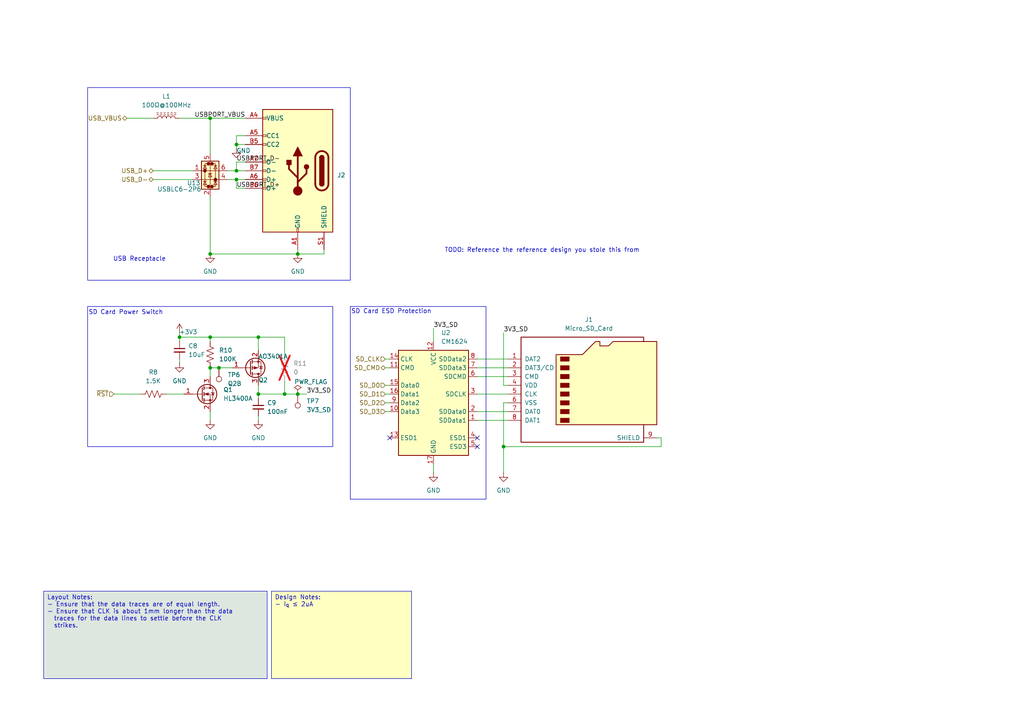
<source format=kicad_sch>
(kicad_sch (version 20231120) (generator "eeschema") (generator_version "8.0")
  (paper "A4")
  (title_block (title "FruityLogger") (date "2024-03-11") (rev "A") (company "FruityJungle Co."))
  (lib_symbols
    (symbol "Connector:Micro_SD_Card" (pin_names (offset 1.016))
      (property "Reference" "J" (at -16.51 15.24 0))
      (property "Value" "Micro_SD_Card" (at 16.51 15.24 0))
      (symbol "Micro_SD_Card_0_1"
        (rectangle (start -7.62 -9.525) (end -5.08 -10.795) (fill (type outline)))
        (rectangle (start -7.62 -6.985) (end -5.08 -8.255) (fill (type outline)))
        (rectangle (start -7.62 -4.445) (end -5.08 -5.715) (fill (type outline)))
        (rectangle (start -7.62 -1.905) (end -5.08 -3.175) (fill (type outline)))
        (rectangle (start -7.62 0.635) (end -5.08 -0.635) (fill (type outline)))
        (rectangle (start -7.62 3.175) (end -5.08 1.905) (fill (type outline)))
        (rectangle (start -7.62 5.715) (end -5.08 4.445) (fill (type outline)))
        (rectangle (start -7.62 8.255) (end -5.08 6.985) (fill (type outline)))
        (polyline (pts (xy 16.51 12.7) (xy 16.51 13.97) (xy -19.05 13.97) (xy -19.05 -16.51) (xy 16.51 -16.51) (xy 16.51 -11.43)) (stroke (width 0.254)))
        (polyline (pts (xy -8.89 -11.43) (xy -8.89 8.89) (xy -1.27 8.89) (xy 2.54 12.7) (xy 3.81 12.7) (xy 3.81 11.43) (xy 6.35 11.43) (xy 7.62 12.7) (xy 20.32 12.7) (xy 20.32 -11.43) (xy -8.89 -11.43)) (stroke (width 0.254)) (fill (type background)))
      )
      (symbol "Micro_SD_Card_1_1"
        (pin bidirectional line (at -22.86 7.62 0) (length 3.81) (name "DAT2") (number "1"))
        (pin bidirectional line (at -22.86 5.08 0) (length 3.81) (name "DAT3/CD") (number "2"))
        (pin input line (at -22.86 2.54 0) (length 3.81) (name "CMD") (number "3"))
        (pin power_in line (at -22.86 0 0) (length 3.81) (name "VDD") (number "4"))
        (pin input line (at -22.86 -2.54 0) (length 3.81) (name "CLK") (number "5"))
        (pin power_in line (at -22.86 -5.08 0) (length 3.81) (name "VSS") (number "6"))
        (pin bidirectional line (at -22.86 -7.62 0) (length 3.81) (name "DAT0") (number "7"))
        (pin bidirectional line (at -22.86 -10.16 0) (length 3.81) (name "DAT1") (number "8"))
        (pin passive line (at 20.32 -15.24 180) (length 3.81) (name "SHIELD") (number "9"))
      )
    )
    (symbol "Connector:TestPoint" (pin_numbers hide) (pin_names (offset 0.762) hide)
      (property "Reference" "TP" (at 0 6.858 0))
      (property "Value" "TestPoint" (at 0 5.08 0))
      (symbol "TestPoint_0_1"
        (circle (center 0 3.302) (radius 0.762))
      )
      (symbol "TestPoint_1_1"
        (pin passive line (at 0 0 90) (length 2.54) (name "1") (number "1"))
      )
    )
    (symbol "Connector:USB_C_Receptacle_USB2.0_14P" (pin_names (offset 1.016))
      (property "Reference" "J" (at 0 22.225 0))
      (property "Value" "USB_C_Receptacle_USB2.0_14P" (at 0 19.685 0))
      (symbol "USB_C_Receptacle_USB2.0_14P_0_0"
        (rectangle (start -0.254 -17.78) (end 0.254 -16.764))
        (rectangle (start 10.16 -4.826) (end 9.144 -5.334))
        (rectangle (start 10.16 -2.286) (end 9.144 -2.794))
        (rectangle (start 10.16 0.254) (end 9.144 -0.254))
        (rectangle (start 10.16 2.794) (end 9.144 2.286))
        (rectangle (start 10.16 7.874) (end 9.144 7.366))
        (rectangle (start 10.16 10.414) (end 9.144 9.906))
        (rectangle (start 10.16 15.494) (end 9.144 14.986))
      )
      (symbol "USB_C_Receptacle_USB2.0_14P_0_1"
        (rectangle (start -10.16 17.78) (end 10.16 -17.78) (stroke (width 0.254)) (fill (type background)))
        (arc (start -8.89 -3.81) (mid -6.985 -5.7067) (end -5.08 -3.81) (stroke (width 0.508)))
        (arc (start -7.62 -3.81) (mid -6.985 -4.4423) (end -6.35 -3.81) (stroke (width 0.254)))
        (arc (start -7.62 -3.81) (mid -6.985 -4.4423) (end -6.35 -3.81) (stroke (width 0.254)) (fill (type outline)))
        (rectangle (start -7.62 -3.81) (end -6.35 3.81) (stroke (width 0.254)) (fill (type outline)))
        (arc (start -6.35 3.81) (mid -6.985 4.4423) (end -7.62 3.81) (stroke (width 0.254)))
        (arc (start -6.35 3.81) (mid -6.985 4.4423) (end -7.62 3.81) (stroke (width 0.254)) (fill (type outline)))
        (arc (start -5.08 3.81) (mid -6.985 5.7067) (end -8.89 3.81) (stroke (width 0.508)))
        (circle (center -2.54 1.143) (radius 0.635) (stroke (width 0.254)) (fill (type outline)))
        (circle (center 0 -5.842) (radius 1.27) (fill (type outline)))
        (polyline (pts (xy -8.89 -3.81) (xy -8.89 3.81)) (stroke (width 0.508)))
        (polyline (pts (xy -5.08 3.81) (xy -5.08 -3.81)) (stroke (width 0.508)))
        (polyline (pts (xy 0 -5.842) (xy 0 4.318)) (stroke (width 0.508)))
        (polyline (pts (xy 0 -3.302) (xy -2.54 -0.762) (xy -2.54 0.508)) (stroke (width 0.508)))
        (polyline (pts (xy 0 -2.032) (xy 2.54 0.508) (xy 2.54 1.778)) (stroke (width 0.508)))
        (polyline (pts (xy -1.27 4.318) (xy 0 6.858) (xy 1.27 4.318) (xy -1.27 4.318)) (stroke (width 0.254)) (fill (type outline)))
        (rectangle (start 1.905 1.778) (end 3.175 3.048) (stroke (width 0.254)) (fill (type outline)))
      )
      (symbol "USB_C_Receptacle_USB2.0_14P_1_1"
        (pin passive line (at 0 -22.86 90) (length 5.08) (name "GND") (number "A1"))
        (pin passive line (at 0 -22.86 90) (length 5.08) hide (name "GND") (number "A12"))
        (pin passive line (at 15.24 15.24 180) (length 5.08) (name "VBUS") (number "A4"))
        (pin bidirectional line (at 15.24 10.16 180) (length 5.08) (name "CC1") (number "A5"))
        (pin bidirectional line (at 15.24 -2.54 180) (length 5.08) (name "D+") (number "A6"))
        (pin bidirectional line (at 15.24 2.54 180) (length 5.08) (name "D-") (number "A7"))
        (pin passive line (at 15.24 15.24 180) (length 5.08) hide (name "VBUS") (number "A9"))
        (pin passive line (at 0 -22.86 90) (length 5.08) hide (name "GND") (number "B1"))
        (pin passive line (at 0 -22.86 90) (length 5.08) hide (name "GND") (number "B12"))
        (pin passive line (at 15.24 15.24 180) (length 5.08) hide (name "VBUS") (number "B4"))
        (pin bidirectional line (at 15.24 7.62 180) (length 5.08) (name "CC2") (number "B5"))
        (pin bidirectional line (at 15.24 -5.08 180) (length 5.08) (name "D+") (number "B6"))
        (pin bidirectional line (at 15.24 0 180) (length 5.08) (name "D-") (number "B7"))
        (pin passive line (at 15.24 15.24 180) (length 5.08) hide (name "VBUS") (number "B9"))
        (pin passive line (at -7.62 -22.86 90) (length 5.08) (name "SHIELD") (number "S1"))
      )
    )
    (symbol "Device:C_Small" (pin_numbers hide) (pin_names (offset 0.254) hide)
      (property "Reference" "C" (at 0.254 1.778 0))
      (property "Value" "C_Small" (at 0.254 -2.032 0))
      (symbol "C_Small_0_1"
        (polyline (pts (xy -1.524 -0.508) (xy 1.524 -0.508)) (stroke (width 0.3302)))
        (polyline (pts (xy -1.524 0.508) (xy 1.524 0.508)) (stroke (width 0.3048)))
      )
      (symbol "C_Small_1_1"
        (pin passive line (at 0 2.54 270) (length 2.032) (name "~") (number "1"))
        (pin passive line (at 0 -2.54 90) (length 2.032) (name "~") (number "2"))
      )
    )
    (symbol "Device:L_Ferrite" (pin_numbers hide) (pin_names (offset 1.016) hide)
      (property "Reference" "L" (at -1.27 0 90))
      (property "Value" "L_Ferrite" (at 2.794 0 90))
      (symbol "L_Ferrite_0_1"
        (arc (start 0 -2.54) (mid 0.6323 -1.905) (end 0 -1.27))
        (arc (start 0 -1.27) (mid 0.6323 -0.635) (end 0 0))
        (polyline (pts (xy 1.016 -2.794) (xy 1.016 -2.286)))
        (polyline (pts (xy 1.016 -1.778) (xy 1.016 -1.27)))
        (polyline (pts (xy 1.016 -0.762) (xy 1.016 -0.254)))
        (polyline (pts (xy 1.016 0.254) (xy 1.016 0.762)))
        (polyline (pts (xy 1.016 1.27) (xy 1.016 1.778)))
        (polyline (pts (xy 1.016 2.286) (xy 1.016 2.794)))
        (polyline (pts (xy 1.524 -2.286) (xy 1.524 -2.794)))
        (polyline (pts (xy 1.524 -1.27) (xy 1.524 -1.778)))
        (polyline (pts (xy 1.524 -0.254) (xy 1.524 -0.762)))
        (polyline (pts (xy 1.524 0.762) (xy 1.524 0.254)))
        (polyline (pts (xy 1.524 1.778) (xy 1.524 1.27)))
        (polyline (pts (xy 1.524 2.794) (xy 1.524 2.286)))
        (arc (start 0 0) (mid 0.6323 0.635) (end 0 1.27))
        (arc (start 0 1.27) (mid 0.6323 1.905) (end 0 2.54))
      )
      (symbol "L_Ferrite_1_1"
        (pin passive line (at 0 3.81 270) (length 1.27) (name "1") (number "1"))
        (pin passive line (at 0 -3.81 90) (length 1.27) (name "2") (number "2"))
      )
    )
    (symbol "Device:R_US" (pin_numbers hide) (pin_names (offset 0))
      (property "Reference" "R" (at 2.54 0 90))
      (property "Value" "R_US" (at -2.54 0 90))
      (symbol "R_US_0_1"
        (polyline (pts (xy 0 -2.286) (xy 0 -2.54)))
        (polyline (pts (xy 0 2.286) (xy 0 2.54)))
        (polyline (pts (xy 0 -0.762) (xy 1.016 -1.143) (xy 0 -1.524) (xy -1.016 -1.905) (xy 0 -2.286)))
        (polyline (pts (xy 0 0.762) (xy 1.016 0.381) (xy 0 0) (xy -1.016 -0.381) (xy 0 -0.762)))
        (polyline (pts (xy 0 2.286) (xy 1.016 1.905) (xy 0 1.524) (xy -1.016 1.143) (xy 0 0.762)))
      )
      (symbol "R_US_1_1"
        (pin passive line (at 0 3.81 270) (length 1.27) (name "~") (number "1"))
        (pin passive line (at 0 -3.81 90) (length 1.27) (name "~") (number "2"))
      )
    )
    (symbol "Power_Protection:CM1624"
      (property "Reference" "U" (at -5.08 17.78 0))
      (property "Value" "CM1624" (at 5.08 17.78 0))
      (symbol "CM1624_0_1"
        (rectangle (start -10.16 15.24) (end 10.16 -15.24) (stroke (width 0.254)) (fill (type background)))
      )
      (symbol "CM1624_1_1"
        (pin passive line (at 12.7 -5.08 180) (length 2.54) (name "SDData1") (number "1"))
        (pin passive line (at -12.7 -2.54 0) (length 2.54) (name "Data3") (number "10"))
        (pin passive line (at -12.7 10.16 0) (length 2.54) (name "CMD") (number "11"))
        (pin power_in line (at 0 17.78 270) (length 2.54) (name "VCC") (number "12"))
        (pin passive line (at -12.7 -10.16 0) (length 2.54) (name "ESD1") (number "13"))
        (pin passive line (at -12.7 12.7 0) (length 2.54) (name "CLK") (number "14"))
        (pin passive line (at -12.7 5.08 0) (length 2.54) (name "Data0") (number "15"))
        (pin passive line (at -12.7 2.54 0) (length 2.54) (name "Data1") (number "16"))
        (pin power_in line (at 0 -17.78 90) (length 2.54) (name "GND") (number "17"))
        (pin passive line (at 12.7 -2.54 180) (length 2.54) (name "SDData0") (number "2"))
        (pin passive line (at 12.7 2.54 180) (length 2.54) (name "SDCLK") (number "3"))
        (pin passive line (at 12.7 -10.16 180) (length 2.54) (name "ESD1") (number "4"))
        (pin passive line (at 12.7 -12.7 180) (length 2.54) (name "ESD3") (number "5"))
        (pin passive line (at 12.7 7.62 180) (length 2.54) (name "SDCMD") (number "6"))
        (pin passive line (at 12.7 10.16 180) (length 2.54) (name "SDData3") (number "7"))
        (pin passive line (at 12.7 12.7 180) (length 2.54) (name "SDData2") (number "8"))
        (pin passive line (at -12.7 0 0) (length 2.54) (name "Data2") (number "9"))
      )
    )
    (symbol "Power_Protection:USBLC6-2P6" (pin_names hide)
      (property "Reference" "U" (at 0.635 5.715 0))
      (property "Value" "USBLC6-2P6" (at 0.635 3.81 0))
      (symbol "USBLC6-2P6_0_0"
        (circle (center -1.524 0) (radius 0.0001) (stroke (width 0.508)))
        (circle (center -0.508 -4.572) (radius 0.0001) (stroke (width 0.508)))
        (circle (center -0.508 2.032) (radius 0.0001) (stroke (width 0.508)))
        (circle (center 0.508 -4.572) (radius 0.0001) (stroke (width 0.508)))
        (circle (center 0.508 2.032) (radius 0.0001) (stroke (width 0.508)))
        (circle (center 1.524 -2.54) (radius 0.0001) (stroke (width 0.508)))
      )
      (symbol "USBLC6-2P6_0_1"
        (polyline (pts (xy -2.54 -2.54) (xy 2.54 -2.54)))
        (polyline (pts (xy -2.54 0) (xy 2.54 0)))
        (polyline (pts (xy -2.032 -3.048) (xy -1.016 -3.048)))
        (polyline (pts (xy -1.016 1.524) (xy -2.032 1.524)))
        (polyline (pts (xy 1.016 -3.048) (xy 2.032 -3.048)))
        (polyline (pts (xy 1.016 1.524) (xy 2.032 1.524)))
        (polyline (pts (xy -0.508 -1.143) (xy -0.508 -0.762) (xy 0.508 -0.762)))
        (polyline (pts (xy -2.032 0.508) (xy -1.016 0.508) (xy -1.524 1.524) (xy -2.032 0.508)))
        (polyline (pts (xy -1.016 -4.064) (xy -2.032 -4.064) (xy -1.524 -3.048) (xy -1.016 -4.064)))
        (polyline (pts (xy 0.508 -1.778) (xy -0.508 -1.778) (xy 0 -0.762) (xy 0.508 -1.778)))
        (polyline (pts (xy 2.032 -4.064) (xy 1.016 -4.064) (xy 1.524 -3.048) (xy 2.032 -4.064)))
        (polyline (pts (xy 2.032 0.508) (xy 1.016 0.508) (xy 1.524 1.524) (xy 2.032 0.508)))
        (polyline (pts (xy 0 2.54) (xy -0.508 2.032) (xy 0.508 2.032) (xy 0 1.524) (xy 0 -4.064) (xy -0.508 -4.572) (xy 0.508 -4.572) (xy 0 -5.08)))
      )
      (symbol "USBLC6-2P6_1_1"
        (rectangle (start -2.54 2.794) (end 2.54 -5.334) (stroke (width 0.254)) (fill (type background)))
        (polyline (pts (xy -0.508 2.032) (xy -1.524 2.032) (xy -1.524 -4.572) (xy -0.508 -4.572)))
        (polyline (pts (xy 0.508 -4.572) (xy 1.524 -4.572) (xy 1.524 2.032) (xy 0.508 2.032)))
        (pin passive line (at -5.08 0 0) (length 2.54) (name "I/O1") (number "1"))
        (pin passive line (at 0 -7.62 90) (length 2.54) (name "GND") (number "2"))
        (pin passive line (at -5.08 -2.54 0) (length 2.54) (name "I/O2") (number "3"))
        (pin passive line (at 5.08 -2.54 180) (length 2.54) (name "I/O2") (number "4"))
        (pin passive line (at 0 5.08 270) (length 2.54) (name "VBUS") (number "5"))
        (pin passive line (at 5.08 0 180) (length 2.54) (name "I/O1") (number "6"))
      )
    )
    (symbol "Transistor_FET:2N7002" (pin_names hide)
      (property "Reference" "Q" (at 5.08 1.905 0))
      (property "Value" "2N7002" (at 5.08 0 0))
      (symbol "2N7002_0_1"
        (polyline (pts (xy 0.254 0) (xy -2.54 0)))
        (polyline (pts (xy 0.254 1.905) (xy 0.254 -1.905)) (stroke (width 0.254)))
        (polyline (pts (xy 0.762 -1.27) (xy 0.762 -2.286)) (stroke (width 0.254)))
        (polyline (pts (xy 0.762 0.508) (xy 0.762 -0.508)) (stroke (width 0.254)))
        (polyline (pts (xy 0.762 2.286) (xy 0.762 1.27)) (stroke (width 0.254)))
        (polyline (pts (xy 2.54 2.54) (xy 2.54 1.778)))
        (polyline (pts (xy 2.54 -2.54) (xy 2.54 0) (xy 0.762 0)))
        (polyline (pts (xy 0.762 -1.778) (xy 3.302 -1.778) (xy 3.302 1.778) (xy 0.762 1.778)))
        (polyline (pts (xy 1.016 0) (xy 2.032 0.381) (xy 2.032 -0.381) (xy 1.016 0)) (fill (type outline)))
        (polyline (pts (xy 2.794 0.508) (xy 2.921 0.381) (xy 3.683 0.381) (xy 3.81 0.254)))
        (polyline (pts (xy 3.302 0.381) (xy 2.921 -0.254) (xy 3.683 -0.254) (xy 3.302 0.381)))
        (circle (center 1.651 0) (radius 2.794) (stroke (width 0.254)))
        (circle (center 2.54 -1.778) (radius 0.254) (fill (type outline)))
        (circle (center 2.54 1.778) (radius 0.254) (fill (type outline)))
      )
      (symbol "2N7002_1_1"
        (pin input line (at -5.08 0 0) (length 2.54) (name "G") (number "1"))
        (pin passive line (at 2.54 -5.08 90) (length 2.54) (name "S") (number "2"))
        (pin passive line (at 2.54 5.08 270) (length 2.54) (name "D") (number "3"))
      )
    )
    (symbol "Transistor_FET:BSS84" (pin_names hide)
      (property "Reference" "Q" (at 5.08 1.905 0))
      (property "Value" "BSS84" (at 5.08 0 0))
      (symbol "BSS84_0_1"
        (polyline (pts (xy 0.254 0) (xy -2.54 0)))
        (polyline (pts (xy 0.254 1.905) (xy 0.254 -1.905)) (stroke (width 0.254)))
        (polyline (pts (xy 0.762 -1.27) (xy 0.762 -2.286)) (stroke (width 0.254)))
        (polyline (pts (xy 0.762 0.508) (xy 0.762 -0.508)) (stroke (width 0.254)))
        (polyline (pts (xy 0.762 2.286) (xy 0.762 1.27)) (stroke (width 0.254)))
        (polyline (pts (xy 2.54 2.54) (xy 2.54 1.778)))
        (polyline (pts (xy 2.54 -2.54) (xy 2.54 0) (xy 0.762 0)))
        (polyline (pts (xy 0.762 1.778) (xy 3.302 1.778) (xy 3.302 -1.778) (xy 0.762 -1.778)))
        (polyline (pts (xy 2.286 0) (xy 1.27 0.381) (xy 1.27 -0.381) (xy 2.286 0)) (fill (type outline)))
        (polyline (pts (xy 2.794 -0.508) (xy 2.921 -0.381) (xy 3.683 -0.381) (xy 3.81 -0.254)))
        (polyline (pts (xy 3.302 -0.381) (xy 2.921 0.254) (xy 3.683 0.254) (xy 3.302 -0.381)))
        (circle (center 1.651 0) (radius 2.794) (stroke (width 0.254)))
        (circle (center 2.54 -1.778) (radius 0.254) (fill (type outline)))
        (circle (center 2.54 1.778) (radius 0.254) (fill (type outline)))
      )
      (symbol "BSS84_1_1"
        (pin input line (at -5.08 0 0) (length 2.54) (name "G") (number "1"))
        (pin passive line (at 2.54 -5.08 90) (length 2.54) (name "S") (number "2"))
        (pin passive line (at 2.54 5.08 270) (length 2.54) (name "D") (number "3"))
      )
    )
    (symbol "power:+3V3" (power) (pin_numbers hide) (pin_names (offset 0) hide)
      (property "Value" "+3V3" (at 0 3.556 0))
      (symbol "+3V3_0_1"
        (polyline (pts (xy -0.762 1.27) (xy 0 2.54)))
        (polyline (pts (xy 0 0) (xy 0 2.54)))
        (polyline (pts (xy 0 2.54) (xy 0.762 1.27)))
      )
      (symbol "+3V3_1_1"
        (pin power_in line (at 0 0 90) (length 0) (name "~") (number "1"))
      )
    )
    (symbol "power:GND" (power) (pin_numbers hide) (pin_names (offset 0) hide)
      (property "Value" "GND" (at 0 -3.81 0))
      (symbol "GND_0_1"
        (polyline (pts (xy 0 0) (xy 0 -1.27) (xy 1.27 -1.27) (xy 0 -2.54) (xy -1.27 -1.27) (xy 0 -1.27)))
      )
      (symbol "GND_1_1"
        (pin power_in line (at 0 0 270) (length 0) (name "~") (number "1"))
      )
    )
    (symbol "power:PWR_FLAG" (power) (pin_numbers hide) (pin_names (offset 0) hide)
      (property "Value" "PWR_FLAG" (at 0 3.81 0))
      (symbol "PWR_FLAG_0_0"
        (pin power_out line (at 0 0 90) (length 0) (name "~") (number "1"))
      )
      (symbol "PWR_FLAG_0_1"
        (polyline (pts (xy 0 0) (xy 0 1.27) (xy -1.016 1.905) (xy 0 2.54) (xy 1.016 1.905) (xy 0 1.27)))
      )
    )
  )
  (junction (at 63.5 106.68))
  (junction (at 86.36 73.66))
  (junction (at 60.96 106.68))
  (junction (at 74.93 114.3))
  (junction (at 82.55 114.3))
  (junction (at 68.58 49.53))
  (junction (at 60.96 73.66))
  (junction (at 68.58 52.07))
  (junction (at 86.36 114.3))
  (junction (at 52.07 97.79))
  (junction (at 146.05 129.54))
  (junction (at 74.93 97.79))
  (junction (at 68.58 41.91))
  (junction (at 60.96 97.79))
  (junction (at 60.96 34.29))
  (no_connect (at 138.43 127))
  (no_connect (at 138.43 129.54))
  (no_connect (at 113.03 127))
  (wire (pts (xy 66.04 52.07) (xy 68.58 52.07)))
  (wire (pts (xy 60.96 106.68) (xy 60.96 109.22)))
  (wire (pts (xy 68.58 46.99) (xy 68.58 49.53)))
  (wire (pts (xy 146.05 111.76) (xy 147.32 111.76)))
  (wire (pts (xy 52.07 96.52) (xy 52.07 97.79)))
  (wire (pts (xy 44.45 49.53) (xy 55.88 49.53)))
  (wire (pts (xy 138.43 121.92) (xy 147.32 121.92)))
  (wire (pts (xy 71.12 39.37) (xy 68.58 39.37)))
  (wire (pts (xy 48.26 114.3) (xy 53.34 114.3)))
  (wire (pts (xy 111.76 116.84) (xy 113.03 116.84)))
  (wire (pts (xy 147.32 116.84) (xy 146.05 116.84)))
  (wire (pts (xy 93.98 72.39) (xy 93.98 73.66)))
  (wire (pts (xy 111.76 111.76) (xy 113.03 111.76)))
  (wire (pts (xy 71.12 46.99) (xy 68.58 46.99)))
  (wire (pts (xy 52.07 97.79) (xy 52.07 99.06)))
  (wire (pts (xy 138.43 104.14) (xy 147.32 104.14)))
  (wire (pts (xy 66.04 49.53) (xy 68.58 49.53)))
  (wire (pts (xy 74.93 120.65) (xy 74.93 121.92)))
  (wire (pts (xy 63.5 106.68) (xy 60.96 106.68)))
  (wire (pts (xy 138.43 109.22) (xy 147.32 109.22)))
  (wire (pts (xy 68.58 41.91) (xy 71.12 41.91)))
  (wire (pts (xy 146.05 129.54) (xy 146.05 137.16)))
  (wire (pts (xy 68.58 41.91) (xy 68.58 43.18)))
  (wire (pts (xy 82.55 97.79) (xy 82.55 102.87)))
  (wire (pts (xy 138.43 106.68) (xy 147.32 106.68)))
  (wire (pts (xy 74.93 97.79) (xy 74.93 101.6)))
  (wire (pts (xy 146.05 129.54) (xy 191.77 129.54)))
  (wire (pts (xy 191.77 129.54) (xy 191.77 127)))
  (wire (pts (xy 86.36 73.66) (xy 93.98 73.66)))
  (wire (pts (xy 74.93 111.76) (xy 74.93 114.3)))
  (wire (pts (xy 138.43 114.3) (xy 147.32 114.3)))
  (wire (pts (xy 60.96 97.79) (xy 74.93 97.79)))
  (wire (pts (xy 68.58 39.37) (xy 68.58 41.91)))
  (wire (pts (xy 68.58 52.07) (xy 68.58 54.61)))
  (wire (pts (xy 52.07 104.14) (xy 52.07 105.41)))
  (wire (pts (xy 67.31 106.68) (xy 63.5 106.68)))
  (wire (pts (xy 111.76 119.38) (xy 113.03 119.38)))
  (wire (pts (xy 191.77 127) (xy 190.5 127)))
  (wire (pts (xy 111.76 106.68) (xy 113.03 106.68)))
  (wire (pts (xy 111.76 114.3) (xy 113.03 114.3)))
  (wire (pts (xy 146.05 96.52) (xy 146.05 111.76)))
  (wire (pts (xy 71.12 52.07) (xy 68.58 52.07)))
  (wire (pts (xy 52.07 34.29) (xy 60.96 34.29)))
  (wire (pts (xy 82.55 114.3) (xy 86.36 114.3)))
  (wire (pts (xy 44.45 52.07) (xy 55.88 52.07)))
  (wire (pts (xy 36.83 34.29) (xy 44.45 34.29)))
  (wire (pts (xy 60.96 34.29) (xy 71.12 34.29)))
  (wire (pts (xy 82.55 110.49) (xy 82.55 114.3)))
  (wire (pts (xy 111.76 104.14) (xy 113.03 104.14)))
  (wire (pts (xy 60.96 34.29) (xy 60.96 44.45)))
  (wire (pts (xy 68.58 54.61) (xy 71.12 54.61)))
  (wire (pts (xy 125.73 134.62) (xy 125.73 137.16)))
  (wire (pts (xy 146.05 116.84) (xy 146.05 129.54)))
  (wire (pts (xy 74.93 97.79) (xy 82.55 97.79)))
  (wire (pts (xy 86.36 72.39) (xy 86.36 73.66)))
  (wire (pts (xy 33.02 114.3) (xy 40.64 114.3)))
  (wire (pts (xy 60.96 57.15) (xy 60.96 73.66)))
  (wire (pts (xy 86.36 114.3) (xy 88.9 114.3)))
  (wire (pts (xy 60.96 73.66) (xy 86.36 73.66)))
  (wire (pts (xy 74.93 114.3) (xy 82.55 114.3)))
  (wire (pts (xy 74.93 114.3) (xy 74.93 115.57)))
  (wire (pts (xy 60.96 99.06) (xy 60.96 97.79)))
  (wire (pts (xy 60.96 119.38) (xy 60.96 121.92)))
  (wire (pts (xy 125.73 95.25) (xy 125.73 99.06)))
  (wire (pts (xy 60.96 97.79) (xy 52.07 97.79)))
  (wire (pts (xy 138.43 119.38) (xy 147.32 119.38)))
  (wire (pts (xy 68.58 49.53) (xy 71.12 49.53)))
  (rectangle (start 25.4 88.9) (end 96.52 129.54))
  (rectangle (start 101.6 88.9) (end 140.97 144.78))
  (rectangle (start 25.4 25.4) (end 101.6 81.28))
  (text_box "Layout Notes:\n- Ensure that the data traces are of equal length.\n- Ensure that CLK is about 1mm longer than the data\n  traces for the data lines to settle before the CLK\n  strikes." (at 12.7 171.45 0) (size 64.77 25.4) (fill (type color) (color 222 231 223 1)) (effects (font (size 1.27 1.27)) (justify left top)))
  (text_box "Design Notes:\n- I_{q} ≤ 2uA\n" (at 78.74 171.45 0) (size 40.64 25.4) (fill (type color) (color 255 255 194 1)) (effects (font (size 1.27 1.27)) (justify left top)))
  (text "USB Receptacle" (at 32.766 75.946 0) (effects (font (size 1.27 1.27)) (justify left bottom)))
  (text "SD Card ESD Protection" (at 101.854 89.662 0) (effects (font (size 1.27 1.27)) (justify left top)))
  (text "TODO: Reference the reference design you stole this from" (at 157.226 72.644 0) (effects (font (size 1.27 1.27))))
  (text "SD Card Power Switch" (at 25.654 90.678 0) (effects (font (size 1.27 1.27)) (justify left)))
  (label "USBPORT_D+" (at 68.58 54.61 0))
  (label "3V3_SD" (at 125.73 95.25 0))
  (label "3V3_SD" (at 146.05 96.52 0))
  (label "3V3_SD" (at 88.9 114.3 0))
  (label "USBPORT_D-" (at 68.58 46.99 0))
  (label "USBPORT_VBUS" (at 71.12 34.29 180))
  (hierarchical_label "SD_D2" (shape input) (at 111.76 116.84 180))
  (hierarchical_label "SD_D3" (shape input) (at 111.76 119.38 180))
  (hierarchical_label "SD_D1" (shape input) (at 111.76 114.3 180))
  (hierarchical_label "USB_VBUS" (shape bidirectional) (at 36.83 34.29 180))
  (hierarchical_label "SD_CMD" (shape bidirectional) (at 111.76 106.68 180))
  (hierarchical_label "USB_D+" (shape bidirectional) (at 44.45 49.53 180))
  (hierarchical_label "SD_CLK" (shape input) (at 111.76 104.14 180))
  (hierarchical_label "USB_D-" (shape bidirectional) (at 44.45 52.07 180))
  (hierarchical_label "SD_D0" (shape input) (at 111.76 111.76 180))
  (hierarchical_label "~{RST}" (shape input) (at 33.02 114.3 180))
  (symbol (lib_id "power:GND") (at 60.96 73.66 0) (unit 1)
    (property "Reference" "#PWR03" (effects (hide yes)))
    (property "Value" "GND" (at 60.96 78.74 0))
    (property "Description" "Power symbol creates a global label with name \"GND\" , ground" (effects (hide yes)))
  )
  (symbol (lib_id "Connector:TestPoint") (at 86.36 114.3 180) (unit 1)
    (property "Reference" "TP7" (at 88.9 116.3319 0) (effects (justify right)))
    (property "Value" "3V3_SD" (at 88.9 118.8719 0) (effects (justify right)))
    (property "Footprint" "TestPoint:TestPoint_Pad_D1.0mm" (effects (hide yes)))
    (property "Description" "test point" (effects (hide yes)))
  )
  (symbol (lib_id "power:GND") (at 74.93 121.92 0) (unit 1)
    (property "Reference" "#PWR036" (effects (hide yes)))
    (property "Value" "GND" (at 74.93 127 0))
    (property "Description" "Power symbol creates a global label with name \"GND\" , ground" (effects (hide yes)))
  )
  (symbol (lib_id "Connector:USB_C_Receptacle_USB2.0_14P") (at 86.36 49.53 0) (mirror y) (unit 1)
    (property "Reference" "J2" (at 97.79 50.8001 0) (effects (justify right)))
    (property "Value" "USB_C_Receptacle_USB2.0_14P" (effects (hide yes)))
    (property "Footprint" "Connector_USB:USB_C_Receptacle_Amphenol_12401610E4-2A" (effects (hide yes)))
    (property "Datasheet" "https://www.usb.org/sites/default/files/documents/usb_type-c.zip" (effects (hide yes)))
    (property "Description" "USB 2.0-only 14P Type-C Receptacle connector" (effects (hide yes)))
    (property "Cost" "2.5230" (effects (hide yes)))
    (property "JLCPCB" "https://jlcpcb.com/parts/2nd/Connectors/USB_Connectors_3859" (effects (hide yes)))
    (property "JLCPCB Basic?" "False" (effects (hide yes)))
  )
  (symbol (lib_id "Device:R_US") (at 60.96 102.87 180) (unit 1)
    (property "Reference" "R10" (at 63.5 101.5999 0) (effects (justify right)))
    (property "Value" "100K" (at 63.5 104.1399 0) (effects (justify right)))
    (property "Footprint" "Resistor_SMD:R_0603_1608Metric" (effects (hide yes)))
    (property "Description" "Resistor, US symbol" (effects (hide yes)))
    (property "JLCPCB" "https://jlcpcb.com/partdetail/26546-0603WAF1003T5E/C25803" (effects (hide yes)))
    (property "Cost" "0.0009" (effects (hide yes)))
    (property "JLCPCB Basic?" "True" (effects (hide yes)))
  )
  (symbol (lib_id "power:GND") (at 146.05 137.16 0) (unit 1)
    (property "Reference" "#PWR038" (effects (hide yes)))
    (property "Value" "GND" (at 146.05 142.24 0))
    (property "Description" "Power symbol creates a global label with name \"GND\" , ground" (effects (hide yes)))
  )
  (symbol (lib_id "power:+3V3") (at 52.07 96.52 0) (unit 1)
    (property "Reference" "#PWR06" (effects (hide yes)))
    (property "Value" "+3V3" (at 54.61 96.266 0))
    (property "Description" "Power symbol creates a global label with name \"+3V3\"" (effects (hide yes)))
  )
  (symbol (lib_id "power:PWR_FLAG") (at 86.36 114.3 0) (unit 1)
    (property "Reference" "#FLG06" (effects (hide yes)))
    (property "Value" "PWR_FLAG" (at 90.17 110.744 0))
    (property "Description" "Special symbol for telling ERC where power comes from" (effects (hide yes)))
  )
  (symbol (lib_id "Device:L_Ferrite") (at 48.26 34.29 90) (unit 1)
    (property "Reference" "L1" (at 48.26 27.94 90))
    (property "Value" "100Ω@100MHz" (at 48.26 30.48 90))
    (property "Footprint" "Inductor_SMD:L_0805_2012Metric" (effects (hide yes)))
    (property "Datasheet" "https://www.lcsc.com/datasheet/lcsc_datasheet_2111221630_Sunlord-GZ2012D101TF_C1015.pdf" (effects (hide yes)))
    (property "Description" "Inductor with ferrite core" (effects (hide yes)))
    (property "Cost" "0.0083" (effects (hide yes)))
    (property "JLCPCB" "https://jlcpcb.com/partdetail/Sunlord-GZ2012D101TF/C1015" (effects (hide yes)))
    (property "JLCPCB Basic?" "True" (effects (hide yes)))
  )
  (symbol (lib_id "Power_Protection:USBLC6-2P6") (at 60.96 49.53 0) (unit 1)
    (property "Reference" "U13" (at 58.166 53.086 0) (effects (justify right)))
    (property "Value" "USBLC6-2P6" (at 58.42 54.864 0) (effects (justify right)))
    (property "Footprint" "Package_TO_SOT_SMD:SOT-666" (effects (hide yes)))
    (property "Datasheet" "https://www.st.com/resource/en/datasheet/usblc6-2.pdf" (effects (hide yes)))
    (property "Description" "Very low capacitance ESD protection diode, 2 data-line, SOT-666" (effects (hide yes)))
    (property "JLCPCB Basic?" "False" (effects (hide yes)))
    (property "Cost" "0.1953" (effects (hide yes)))
    (property "JLCPCB" "https://jlcpcb.com/partdetail/TechPublic-USBLC62P6/C2827693" (effects (hide yes)))
  )
  (symbol (lib_id "power:GND") (at 86.36 73.66 0) (unit 1)
    (property "Reference" "#PWR084" (effects (hide yes)))
    (property "Value" "GND" (at 86.36 78.74 0))
    (property "Description" "Power symbol creates a global label with name \"GND\" , ground" (effects (hide yes)))
  )
  (symbol (lib_id "Transistor_FET:2N7002") (at 58.42 114.3 0) (unit 1)
    (property "Reference" "Q1" (at 64.77 113.0299 0) (effects (justify left)))
    (property "Value" "HL3400A" (at 64.77 115.5699 0) (effects (justify left)))
    (property "Footprint" "Package_TO_SOT_SMD:SOT-23" (effects (hide yes)))
    (property "Datasheet" "https://wmsc.lcsc.com/wmsc/upload/file/pdf/v2/lcsc/2308281515_hongjiacheng-HL3400A_C7420348.pdf" (effects (hide yes)))
    (property "Description" "0.115A Id, 60V Vds, N-Channel MOSFET, SOT-23" (effects (hide yes)))
    (property "JLCPCB Basic?" "True" (effects (hide yes)))
    (property "Cost" "0.0243" (effects (hide yes)))
    (property "JLCPCB" "https://jlcpcb.com/partdetail/Hongjiacheng-HL3400A/C7420348" (effects (hide yes)))
  )
  (symbol (lib_id "Connector:TestPoint") (at 63.5 106.68 180) (unit 1)
    (property "Reference" "TP6" (at 66.04 108.7119 0) (effects (justify right)))
    (property "Value" "Q2B" (at 66.04 111.2519 0) (effects (justify right)))
    (property "Footprint" "TestPoint:TestPoint_Pad_D1.0mm" (effects (hide yes)))
    (property "Description" "test point" (effects (hide yes)))
  )
  (symbol (lib_id "power:GND") (at 125.73 137.16 0) (unit 1)
    (property "Reference" "#PWR037" (effects (hide yes)))
    (property "Value" "GND" (at 125.73 142.24 0))
    (property "Description" "Power symbol creates a global label with name \"GND\" , ground" (effects (hide yes)))
  )
  (symbol (lib_id "Connector:Micro_SD_Card") (at 170.18 111.76 0) (unit 1)
    (property "Reference" "J1" (at 170.815 92.71 0))
    (property "Value" "Micro_SD_Card" (at 170.815 95.25 0))
    (property "Footprint" "Connector_Card:microSD_HC_Hirose_DM3AT-SF-PEJM5" (effects (hide yes)))
    (property "Datasheet" "http://katalog.we-online.de/em/datasheet/693072010801.pdf" (effects (hide yes)))
    (property "Description" "Micro SD Card Socket" (effects (hide yes)))
    (property "Cost" "1.1445" (effects (hide yes)))
    (property "JLCPCB" "https://jlcpcb.com/partdetail/hrs_hirose-DM3AT_SFPEJM5/C114218" (effects (hide yes)))
    (property "JLCPCB Basic?" "False" (effects (hide yes)))
  )
  (symbol (lib_id "power:GND") (at 60.96 121.92 0) (unit 1)
    (property "Reference" "#PWR032" (effects (hide yes)))
    (property "Value" "GND" (at 60.96 127 0))
    (property "Description" "Power symbol creates a global label with name \"GND\" , ground" (effects (hide yes)))
  )
  (symbol (lib_id "power:GND") (at 52.07 105.41 0) (unit 1)
    (property "Reference" "#PWR08" (effects (hide yes)))
    (property "Value" "GND" (at 52.07 110.49 0))
    (property "Description" "Power symbol creates a global label with name \"GND\" , ground" (effects (hide yes)))
  )
  (symbol (lib_id "Device:C_Small") (at 52.07 101.6 0) (unit 1)
    (property "Reference" "C8" (at 54.61 100.3362 0) (effects (justify left)))
    (property "Value" "10uF" (at 54.61 102.8762 0) (effects (justify left)))
    (property "Footprint" "Capacitor_SMD:C_0805_2012Metric" (effects (hide yes)))
    (property "Description" "Unpolarized capacitor, small symbol" (effects (hide yes)))
    (property "JLCPCB" "https://jlcpcb.com/partdetail/16532-CL21A106KAYNNNE/C15850" (effects (hide yes)))
    (property "Cost" "0.0146" (effects (hide yes)))
    (property "JLCPCB Basic?" "True" (effects (hide yes)))
  )
  (symbol (lib_id "Transistor_FET:BSS84") (at 72.39 106.68 0) (mirror x) (unit 1)
    (property "Reference" "Q2" (at 74.93 110.236 0) (effects (justify left)))
    (property "Value" "AO3401A" (at 74.93 103.378 0) (effects (justify left)))
    (property "Footprint" "Package_TO_SOT_SMD:SOT-23" (effects (hide yes)))
    (property "Datasheet" "http://assets.nexperia.com/documents/data-sheet/BSS84.pdf" (effects (hide yes)))
    (property "Description" "-0.13A Id, -50V Vds, P-Channel MOSFET, SOT-23" (effects (hide yes)))
    (property "JLCPCB Basic?" "True" (effects (hide yes)))
    (property "Cost" "0.0546" (effects (hide yes)))
    (property "JLCPCB" "https://jlcpcb.com/partdetail/Alpha_OmegaSemicon-AO3401A/C15127" (effects (hide yes)))
  )
  (symbol (lib_id "Device:C_Small") (at 74.93 118.11 0) (unit 1)
    (property "Reference" "C9" (at 77.47 116.8462 0) (effects (justify left)))
    (property "Value" "100nF" (at 77.47 119.3862 0) (effects (justify left)))
    (property "Footprint" "Capacitor_SMD:C_0603_1608Metric" (effects (hide yes)))
    (property "Description" "Unpolarized capacitor, small symbol" (effects (hide yes)))
    (property "JLCPCB" "https://jlcpcb.com/partdetail/Yageo-CC0603KRX7R9BB104/C14663" (effects (hide yes)))
    (property "Cost" "0.0021" (effects (hide yes)))
    (property "JLCPCB Basic?" "True" (effects (hide yes)))
  )
  (symbol (lib_id "power:GND") (at 68.58 43.18 0) (unit 1)
    (property "Reference" "#PWR012" (effects (hide yes)))
    (property "Value" "GND" (at 70.612 43.688 0))
    (property "Description" "Power symbol creates a global label with name \"GND\" , ground" (effects (hide yes)))
  )
  (symbol (lib_id "Device:R_US") (at 44.45 114.3 90) (unit 1)
    (property "Reference" "R8" (at 44.45 107.95 90))
    (property "Value" "1.5K" (at 44.45 110.49 90))
    (property "Footprint" "Resistor_SMD:R_0603_1608Metric" (effects (hide yes)))
    (property "Description" "Resistor, US symbol" (effects (hide yes)))
    (property "JLCPCB" "https://jlcpcb.com/parts/2nd/Resistors/Chip_Resistor_Surface_Mount_4" (effects (hide yes)))
    (property "Cost" "0.0009" (effects (hide yes)))
    (property "JLCPCB Basic?" "True" (effects (hide yes)))
  )
  (symbol (lib_id "Device:R_US") (at 82.55 106.68 180) (unit 1) (in_bom no) (dnp yes)
    (property "Reference" "R11" (at 85.09 105.4099 0) (effects (justify right)))
    (property "Value" "0" (at 85.09 107.9499 0) (effects (justify right)))
    (property "Footprint" "Resistor_SMD:R_1206_3216Metric" (effects (hide yes)))
    (property "Description" "Resistor, US symbol" (effects (hide yes)))
    (property "JLCPCB Basic?" "True" (effects (hide yes)))
    (property "Cost" "0.0041" (effects (hide yes)))
    (property "JLCPCB" "https://jlcpcb.com/partdetail/18576-1206W4F0000T5E/C17888" (effects (hide yes)))
  )
  (symbol (lib_id "Power_Protection:CM1624") (at 125.73 116.84 0) (unit 1)
    (property "Reference" "U2" (at 127.9241 96.52 0) (effects (justify left)))
    (property "Value" "CM1624" (at 127.9241 99.06 0) (effects (justify left)))
    (property "Footprint" "Package_DFN_QFN:OnSemi_UDFN-16-1EP_1.35x3.3mm_P0.4mm_EP0.4x2.8mm" (effects (hide yes)))
    (property "Datasheet" "https://www.onsemi.com/pdf/datasheet/cm1624-d.pdf" (effects (hide yes)))
    (property "Description" "MMC interface, EMI filter, TVS, Line termination, UDFN-16" (effects (hide yes)))
    (property "Cost" "0.76" (effects (hide yes)))
    (property "JLCPCB Basic?" "False" (effects (hide yes)))
    (property "JLCPCB" "https://jlcpcb.com/partdetail/Onsemi-CM162408DE/C605363" (effects (hide yes)))
  )
)
</source>
